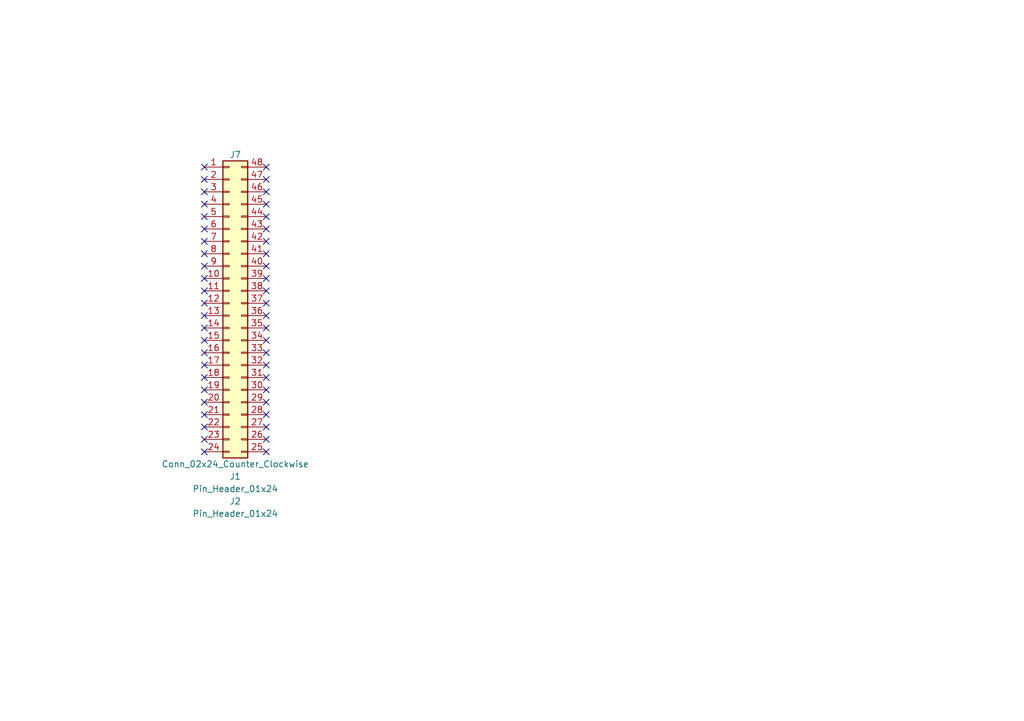
<source format=kicad_sch>
(kicad_sch
	(version 20250114)
	(generator "eeschema")
	(generator_version "9.0")
	(uuid "5ce90b85-49a2-4937-86c7-662b0d6f8431")
	(paper "A5")
	(title_block
		(title "Board 2x24 W22.86")
		(date "2026-01-29")
		(rev "V0")
	)
	(lib_symbols
		(symbol "Connector_Generic:Conn_02x24_Counter_Clockwise"
			(pin_names
				(offset 1.016)
				(hide yes)
			)
			(exclude_from_sim no)
			(in_bom yes)
			(on_board yes)
			(property "Reference" "J"
				(at 1.27 30.48 0)
				(effects
					(font
						(size 1.27 1.27)
					)
				)
			)
			(property "Value" "Conn_02x24_Counter_Clockwise"
				(at 1.27 -33.02 0)
				(effects
					(font
						(size 1.27 1.27)
					)
				)
			)
			(property "Footprint" ""
				(at 0 0 0)
				(effects
					(font
						(size 1.27 1.27)
					)
					(hide yes)
				)
			)
			(property "Datasheet" "~"
				(at 0 0 0)
				(effects
					(font
						(size 1.27 1.27)
					)
					(hide yes)
				)
			)
			(property "Description" "Generic connector, double row, 02x24, counter clockwise pin numbering scheme (similar to DIP package numbering), script generated (kicad-library-utils/schlib/autogen/connector/)"
				(at 0 0 0)
				(effects
					(font
						(size 1.27 1.27)
					)
					(hide yes)
				)
			)
			(property "ki_keywords" "connector"
				(at 0 0 0)
				(effects
					(font
						(size 1.27 1.27)
					)
					(hide yes)
				)
			)
			(property "ki_fp_filters" "Connector*:*_2x??_*"
				(at 0 0 0)
				(effects
					(font
						(size 1.27 1.27)
					)
					(hide yes)
				)
			)
			(symbol "Conn_02x24_Counter_Clockwise_1_1"
				(rectangle
					(start -1.27 29.21)
					(end 3.81 -31.75)
					(stroke
						(width 0.254)
						(type default)
					)
					(fill
						(type background)
					)
				)
				(rectangle
					(start -1.27 28.067)
					(end 0 27.813)
					(stroke
						(width 0.1524)
						(type default)
					)
					(fill
						(type none)
					)
				)
				(rectangle
					(start -1.27 25.527)
					(end 0 25.273)
					(stroke
						(width 0.1524)
						(type default)
					)
					(fill
						(type none)
					)
				)
				(rectangle
					(start -1.27 22.987)
					(end 0 22.733)
					(stroke
						(width 0.1524)
						(type default)
					)
					(fill
						(type none)
					)
				)
				(rectangle
					(start -1.27 20.447)
					(end 0 20.193)
					(stroke
						(width 0.1524)
						(type default)
					)
					(fill
						(type none)
					)
				)
				(rectangle
					(start -1.27 17.907)
					(end 0 17.653)
					(stroke
						(width 0.1524)
						(type default)
					)
					(fill
						(type none)
					)
				)
				(rectangle
					(start -1.27 15.367)
					(end 0 15.113)
					(stroke
						(width 0.1524)
						(type default)
					)
					(fill
						(type none)
					)
				)
				(rectangle
					(start -1.27 12.827)
					(end 0 12.573)
					(stroke
						(width 0.1524)
						(type default)
					)
					(fill
						(type none)
					)
				)
				(rectangle
					(start -1.27 10.287)
					(end 0 10.033)
					(stroke
						(width 0.1524)
						(type default)
					)
					(fill
						(type none)
					)
				)
				(rectangle
					(start -1.27 7.747)
					(end 0 7.493)
					(stroke
						(width 0.1524)
						(type default)
					)
					(fill
						(type none)
					)
				)
				(rectangle
					(start -1.27 5.207)
					(end 0 4.953)
					(stroke
						(width 0.1524)
						(type default)
					)
					(fill
						(type none)
					)
				)
				(rectangle
					(start -1.27 2.667)
					(end 0 2.413)
					(stroke
						(width 0.1524)
						(type default)
					)
					(fill
						(type none)
					)
				)
				(rectangle
					(start -1.27 0.127)
					(end 0 -0.127)
					(stroke
						(width 0.1524)
						(type default)
					)
					(fill
						(type none)
					)
				)
				(rectangle
					(start -1.27 -2.413)
					(end 0 -2.667)
					(stroke
						(width 0.1524)
						(type default)
					)
					(fill
						(type none)
					)
				)
				(rectangle
					(start -1.27 -4.953)
					(end 0 -5.207)
					(stroke
						(width 0.1524)
						(type default)
					)
					(fill
						(type none)
					)
				)
				(rectangle
					(start -1.27 -7.493)
					(end 0 -7.747)
					(stroke
						(width 0.1524)
						(type default)
					)
					(fill
						(type none)
					)
				)
				(rectangle
					(start -1.27 -10.033)
					(end 0 -10.287)
					(stroke
						(width 0.1524)
						(type default)
					)
					(fill
						(type none)
					)
				)
				(rectangle
					(start -1.27 -12.573)
					(end 0 -12.827)
					(stroke
						(width 0.1524)
						(type default)
					)
					(fill
						(type none)
					)
				)
				(rectangle
					(start -1.27 -15.113)
					(end 0 -15.367)
					(stroke
						(width 0.1524)
						(type default)
					)
					(fill
						(type none)
					)
				)
				(rectangle
					(start -1.27 -17.653)
					(end 0 -17.907)
					(stroke
						(width 0.1524)
						(type default)
					)
					(fill
						(type none)
					)
				)
				(rectangle
					(start -1.27 -20.193)
					(end 0 -20.447)
					(stroke
						(width 0.1524)
						(type default)
					)
					(fill
						(type none)
					)
				)
				(rectangle
					(start -1.27 -22.733)
					(end 0 -22.987)
					(stroke
						(width 0.1524)
						(type default)
					)
					(fill
						(type none)
					)
				)
				(rectangle
					(start -1.27 -25.273)
					(end 0 -25.527)
					(stroke
						(width 0.1524)
						(type default)
					)
					(fill
						(type none)
					)
				)
				(rectangle
					(start -1.27 -27.813)
					(end 0 -28.067)
					(stroke
						(width 0.1524)
						(type default)
					)
					(fill
						(type none)
					)
				)
				(rectangle
					(start -1.27 -30.353)
					(end 0 -30.607)
					(stroke
						(width 0.1524)
						(type default)
					)
					(fill
						(type none)
					)
				)
				(rectangle
					(start 3.81 28.067)
					(end 2.54 27.813)
					(stroke
						(width 0.1524)
						(type default)
					)
					(fill
						(type none)
					)
				)
				(rectangle
					(start 3.81 25.527)
					(end 2.54 25.273)
					(stroke
						(width 0.1524)
						(type default)
					)
					(fill
						(type none)
					)
				)
				(rectangle
					(start 3.81 22.987)
					(end 2.54 22.733)
					(stroke
						(width 0.1524)
						(type default)
					)
					(fill
						(type none)
					)
				)
				(rectangle
					(start 3.81 20.447)
					(end 2.54 20.193)
					(stroke
						(width 0.1524)
						(type default)
					)
					(fill
						(type none)
					)
				)
				(rectangle
					(start 3.81 17.907)
					(end 2.54 17.653)
					(stroke
						(width 0.1524)
						(type default)
					)
					(fill
						(type none)
					)
				)
				(rectangle
					(start 3.81 15.367)
					(end 2.54 15.113)
					(stroke
						(width 0.1524)
						(type default)
					)
					(fill
						(type none)
					)
				)
				(rectangle
					(start 3.81 12.827)
					(end 2.54 12.573)
					(stroke
						(width 0.1524)
						(type default)
					)
					(fill
						(type none)
					)
				)
				(rectangle
					(start 3.81 10.287)
					(end 2.54 10.033)
					(stroke
						(width 0.1524)
						(type default)
					)
					(fill
						(type none)
					)
				)
				(rectangle
					(start 3.81 7.747)
					(end 2.54 7.493)
					(stroke
						(width 0.1524)
						(type default)
					)
					(fill
						(type none)
					)
				)
				(rectangle
					(start 3.81 5.207)
					(end 2.54 4.953)
					(stroke
						(width 0.1524)
						(type default)
					)
					(fill
						(type none)
					)
				)
				(rectangle
					(start 3.81 2.667)
					(end 2.54 2.413)
					(stroke
						(width 0.1524)
						(type default)
					)
					(fill
						(type none)
					)
				)
				(rectangle
					(start 3.81 0.127)
					(end 2.54 -0.127)
					(stroke
						(width 0.1524)
						(type default)
					)
					(fill
						(type none)
					)
				)
				(rectangle
					(start 3.81 -2.413)
					(end 2.54 -2.667)
					(stroke
						(width 0.1524)
						(type default)
					)
					(fill
						(type none)
					)
				)
				(rectangle
					(start 3.81 -4.953)
					(end 2.54 -5.207)
					(stroke
						(width 0.1524)
						(type default)
					)
					(fill
						(type none)
					)
				)
				(rectangle
					(start 3.81 -7.493)
					(end 2.54 -7.747)
					(stroke
						(width 0.1524)
						(type default)
					)
					(fill
						(type none)
					)
				)
				(rectangle
					(start 3.81 -10.033)
					(end 2.54 -10.287)
					(stroke
						(width 0.1524)
						(type default)
					)
					(fill
						(type none)
					)
				)
				(rectangle
					(start 3.81 -12.573)
					(end 2.54 -12.827)
					(stroke
						(width 0.1524)
						(type default)
					)
					(fill
						(type none)
					)
				)
				(rectangle
					(start 3.81 -15.113)
					(end 2.54 -15.367)
					(stroke
						(width 0.1524)
						(type default)
					)
					(fill
						(type none)
					)
				)
				(rectangle
					(start 3.81 -17.653)
					(end 2.54 -17.907)
					(stroke
						(width 0.1524)
						(type default)
					)
					(fill
						(type none)
					)
				)
				(rectangle
					(start 3.81 -20.193)
					(end 2.54 -20.447)
					(stroke
						(width 0.1524)
						(type default)
					)
					(fill
						(type none)
					)
				)
				(rectangle
					(start 3.81 -22.733)
					(end 2.54 -22.987)
					(stroke
						(width 0.1524)
						(type default)
					)
					(fill
						(type none)
					)
				)
				(rectangle
					(start 3.81 -25.273)
					(end 2.54 -25.527)
					(stroke
						(width 0.1524)
						(type default)
					)
					(fill
						(type none)
					)
				)
				(rectangle
					(start 3.81 -27.813)
					(end 2.54 -28.067)
					(stroke
						(width 0.1524)
						(type default)
					)
					(fill
						(type none)
					)
				)
				(rectangle
					(start 3.81 -30.353)
					(end 2.54 -30.607)
					(stroke
						(width 0.1524)
						(type default)
					)
					(fill
						(type none)
					)
				)
				(pin passive line
					(at -5.08 27.94 0)
					(length 3.81)
					(name "Pin_1"
						(effects
							(font
								(size 1.27 1.27)
							)
						)
					)
					(number "1"
						(effects
							(font
								(size 1.27 1.27)
							)
						)
					)
				)
				(pin passive line
					(at -5.08 25.4 0)
					(length 3.81)
					(name "Pin_2"
						(effects
							(font
								(size 1.27 1.27)
							)
						)
					)
					(number "2"
						(effects
							(font
								(size 1.27 1.27)
							)
						)
					)
				)
				(pin passive line
					(at -5.08 22.86 0)
					(length 3.81)
					(name "Pin_3"
						(effects
							(font
								(size 1.27 1.27)
							)
						)
					)
					(number "3"
						(effects
							(font
								(size 1.27 1.27)
							)
						)
					)
				)
				(pin passive line
					(at -5.08 20.32 0)
					(length 3.81)
					(name "Pin_4"
						(effects
							(font
								(size 1.27 1.27)
							)
						)
					)
					(number "4"
						(effects
							(font
								(size 1.27 1.27)
							)
						)
					)
				)
				(pin passive line
					(at -5.08 17.78 0)
					(length 3.81)
					(name "Pin_5"
						(effects
							(font
								(size 1.27 1.27)
							)
						)
					)
					(number "5"
						(effects
							(font
								(size 1.27 1.27)
							)
						)
					)
				)
				(pin passive line
					(at -5.08 15.24 0)
					(length 3.81)
					(name "Pin_6"
						(effects
							(font
								(size 1.27 1.27)
							)
						)
					)
					(number "6"
						(effects
							(font
								(size 1.27 1.27)
							)
						)
					)
				)
				(pin passive line
					(at -5.08 12.7 0)
					(length 3.81)
					(name "Pin_7"
						(effects
							(font
								(size 1.27 1.27)
							)
						)
					)
					(number "7"
						(effects
							(font
								(size 1.27 1.27)
							)
						)
					)
				)
				(pin passive line
					(at -5.08 10.16 0)
					(length 3.81)
					(name "Pin_8"
						(effects
							(font
								(size 1.27 1.27)
							)
						)
					)
					(number "8"
						(effects
							(font
								(size 1.27 1.27)
							)
						)
					)
				)
				(pin passive line
					(at -5.08 7.62 0)
					(length 3.81)
					(name "Pin_9"
						(effects
							(font
								(size 1.27 1.27)
							)
						)
					)
					(number "9"
						(effects
							(font
								(size 1.27 1.27)
							)
						)
					)
				)
				(pin passive line
					(at -5.08 5.08 0)
					(length 3.81)
					(name "Pin_10"
						(effects
							(font
								(size 1.27 1.27)
							)
						)
					)
					(number "10"
						(effects
							(font
								(size 1.27 1.27)
							)
						)
					)
				)
				(pin passive line
					(at -5.08 2.54 0)
					(length 3.81)
					(name "Pin_11"
						(effects
							(font
								(size 1.27 1.27)
							)
						)
					)
					(number "11"
						(effects
							(font
								(size 1.27 1.27)
							)
						)
					)
				)
				(pin passive line
					(at -5.08 0 0)
					(length 3.81)
					(name "Pin_12"
						(effects
							(font
								(size 1.27 1.27)
							)
						)
					)
					(number "12"
						(effects
							(font
								(size 1.27 1.27)
							)
						)
					)
				)
				(pin passive line
					(at -5.08 -2.54 0)
					(length 3.81)
					(name "Pin_13"
						(effects
							(font
								(size 1.27 1.27)
							)
						)
					)
					(number "13"
						(effects
							(font
								(size 1.27 1.27)
							)
						)
					)
				)
				(pin passive line
					(at -5.08 -5.08 0)
					(length 3.81)
					(name "Pin_14"
						(effects
							(font
								(size 1.27 1.27)
							)
						)
					)
					(number "14"
						(effects
							(font
								(size 1.27 1.27)
							)
						)
					)
				)
				(pin passive line
					(at -5.08 -7.62 0)
					(length 3.81)
					(name "Pin_15"
						(effects
							(font
								(size 1.27 1.27)
							)
						)
					)
					(number "15"
						(effects
							(font
								(size 1.27 1.27)
							)
						)
					)
				)
				(pin passive line
					(at -5.08 -10.16 0)
					(length 3.81)
					(name "Pin_16"
						(effects
							(font
								(size 1.27 1.27)
							)
						)
					)
					(number "16"
						(effects
							(font
								(size 1.27 1.27)
							)
						)
					)
				)
				(pin passive line
					(at -5.08 -12.7 0)
					(length 3.81)
					(name "Pin_17"
						(effects
							(font
								(size 1.27 1.27)
							)
						)
					)
					(number "17"
						(effects
							(font
								(size 1.27 1.27)
							)
						)
					)
				)
				(pin passive line
					(at -5.08 -15.24 0)
					(length 3.81)
					(name "Pin_18"
						(effects
							(font
								(size 1.27 1.27)
							)
						)
					)
					(number "18"
						(effects
							(font
								(size 1.27 1.27)
							)
						)
					)
				)
				(pin passive line
					(at -5.08 -17.78 0)
					(length 3.81)
					(name "Pin_19"
						(effects
							(font
								(size 1.27 1.27)
							)
						)
					)
					(number "19"
						(effects
							(font
								(size 1.27 1.27)
							)
						)
					)
				)
				(pin passive line
					(at -5.08 -20.32 0)
					(length 3.81)
					(name "Pin_20"
						(effects
							(font
								(size 1.27 1.27)
							)
						)
					)
					(number "20"
						(effects
							(font
								(size 1.27 1.27)
							)
						)
					)
				)
				(pin passive line
					(at -5.08 -22.86 0)
					(length 3.81)
					(name "Pin_21"
						(effects
							(font
								(size 1.27 1.27)
							)
						)
					)
					(number "21"
						(effects
							(font
								(size 1.27 1.27)
							)
						)
					)
				)
				(pin passive line
					(at -5.08 -25.4 0)
					(length 3.81)
					(name "Pin_22"
						(effects
							(font
								(size 1.27 1.27)
							)
						)
					)
					(number "22"
						(effects
							(font
								(size 1.27 1.27)
							)
						)
					)
				)
				(pin passive line
					(at -5.08 -27.94 0)
					(length 3.81)
					(name "Pin_23"
						(effects
							(font
								(size 1.27 1.27)
							)
						)
					)
					(number "23"
						(effects
							(font
								(size 1.27 1.27)
							)
						)
					)
				)
				(pin passive line
					(at -5.08 -30.48 0)
					(length 3.81)
					(name "Pin_24"
						(effects
							(font
								(size 1.27 1.27)
							)
						)
					)
					(number "24"
						(effects
							(font
								(size 1.27 1.27)
							)
						)
					)
				)
				(pin passive line
					(at 7.62 27.94 180)
					(length 3.81)
					(name "Pin_48"
						(effects
							(font
								(size 1.27 1.27)
							)
						)
					)
					(number "48"
						(effects
							(font
								(size 1.27 1.27)
							)
						)
					)
				)
				(pin passive line
					(at 7.62 25.4 180)
					(length 3.81)
					(name "Pin_47"
						(effects
							(font
								(size 1.27 1.27)
							)
						)
					)
					(number "47"
						(effects
							(font
								(size 1.27 1.27)
							)
						)
					)
				)
				(pin passive line
					(at 7.62 22.86 180)
					(length 3.81)
					(name "Pin_46"
						(effects
							(font
								(size 1.27 1.27)
							)
						)
					)
					(number "46"
						(effects
							(font
								(size 1.27 1.27)
							)
						)
					)
				)
				(pin passive line
					(at 7.62 20.32 180)
					(length 3.81)
					(name "Pin_45"
						(effects
							(font
								(size 1.27 1.27)
							)
						)
					)
					(number "45"
						(effects
							(font
								(size 1.27 1.27)
							)
						)
					)
				)
				(pin passive line
					(at 7.62 17.78 180)
					(length 3.81)
					(name "Pin_44"
						(effects
							(font
								(size 1.27 1.27)
							)
						)
					)
					(number "44"
						(effects
							(font
								(size 1.27 1.27)
							)
						)
					)
				)
				(pin passive line
					(at 7.62 15.24 180)
					(length 3.81)
					(name "Pin_43"
						(effects
							(font
								(size 1.27 1.27)
							)
						)
					)
					(number "43"
						(effects
							(font
								(size 1.27 1.27)
							)
						)
					)
				)
				(pin passive line
					(at 7.62 12.7 180)
					(length 3.81)
					(name "Pin_42"
						(effects
							(font
								(size 1.27 1.27)
							)
						)
					)
					(number "42"
						(effects
							(font
								(size 1.27 1.27)
							)
						)
					)
				)
				(pin passive line
					(at 7.62 10.16 180)
					(length 3.81)
					(name "Pin_41"
						(effects
							(font
								(size 1.27 1.27)
							)
						)
					)
					(number "41"
						(effects
							(font
								(size 1.27 1.27)
							)
						)
					)
				)
				(pin passive line
					(at 7.62 7.62 180)
					(length 3.81)
					(name "Pin_40"
						(effects
							(font
								(size 1.27 1.27)
							)
						)
					)
					(number "40"
						(effects
							(font
								(size 1.27 1.27)
							)
						)
					)
				)
				(pin passive line
					(at 7.62 5.08 180)
					(length 3.81)
					(name "Pin_39"
						(effects
							(font
								(size 1.27 1.27)
							)
						)
					)
					(number "39"
						(effects
							(font
								(size 1.27 1.27)
							)
						)
					)
				)
				(pin passive line
					(at 7.62 2.54 180)
					(length 3.81)
					(name "Pin_38"
						(effects
							(font
								(size 1.27 1.27)
							)
						)
					)
					(number "38"
						(effects
							(font
								(size 1.27 1.27)
							)
						)
					)
				)
				(pin passive line
					(at 7.62 0 180)
					(length 3.81)
					(name "Pin_37"
						(effects
							(font
								(size 1.27 1.27)
							)
						)
					)
					(number "37"
						(effects
							(font
								(size 1.27 1.27)
							)
						)
					)
				)
				(pin passive line
					(at 7.62 -2.54 180)
					(length 3.81)
					(name "Pin_36"
						(effects
							(font
								(size 1.27 1.27)
							)
						)
					)
					(number "36"
						(effects
							(font
								(size 1.27 1.27)
							)
						)
					)
				)
				(pin passive line
					(at 7.62 -5.08 180)
					(length 3.81)
					(name "Pin_35"
						(effects
							(font
								(size 1.27 1.27)
							)
						)
					)
					(number "35"
						(effects
							(font
								(size 1.27 1.27)
							)
						)
					)
				)
				(pin passive line
					(at 7.62 -7.62 180)
					(length 3.81)
					(name "Pin_34"
						(effects
							(font
								(size 1.27 1.27)
							)
						)
					)
					(number "34"
						(effects
							(font
								(size 1.27 1.27)
							)
						)
					)
				)
				(pin passive line
					(at 7.62 -10.16 180)
					(length 3.81)
					(name "Pin_33"
						(effects
							(font
								(size 1.27 1.27)
							)
						)
					)
					(number "33"
						(effects
							(font
								(size 1.27 1.27)
							)
						)
					)
				)
				(pin passive line
					(at 7.62 -12.7 180)
					(length 3.81)
					(name "Pin_32"
						(effects
							(font
								(size 1.27 1.27)
							)
						)
					)
					(number "32"
						(effects
							(font
								(size 1.27 1.27)
							)
						)
					)
				)
				(pin passive line
					(at 7.62 -15.24 180)
					(length 3.81)
					(name "Pin_31"
						(effects
							(font
								(size 1.27 1.27)
							)
						)
					)
					(number "31"
						(effects
							(font
								(size 1.27 1.27)
							)
						)
					)
				)
				(pin passive line
					(at 7.62 -17.78 180)
					(length 3.81)
					(name "Pin_30"
						(effects
							(font
								(size 1.27 1.27)
							)
						)
					)
					(number "30"
						(effects
							(font
								(size 1.27 1.27)
							)
						)
					)
				)
				(pin passive line
					(at 7.62 -20.32 180)
					(length 3.81)
					(name "Pin_29"
						(effects
							(font
								(size 1.27 1.27)
							)
						)
					)
					(number "29"
						(effects
							(font
								(size 1.27 1.27)
							)
						)
					)
				)
				(pin passive line
					(at 7.62 -22.86 180)
					(length 3.81)
					(name "Pin_28"
						(effects
							(font
								(size 1.27 1.27)
							)
						)
					)
					(number "28"
						(effects
							(font
								(size 1.27 1.27)
							)
						)
					)
				)
				(pin passive line
					(at 7.62 -25.4 180)
					(length 3.81)
					(name "Pin_27"
						(effects
							(font
								(size 1.27 1.27)
							)
						)
					)
					(number "27"
						(effects
							(font
								(size 1.27 1.27)
							)
						)
					)
				)
				(pin passive line
					(at 7.62 -27.94 180)
					(length 3.81)
					(name "Pin_26"
						(effects
							(font
								(size 1.27 1.27)
							)
						)
					)
					(number "26"
						(effects
							(font
								(size 1.27 1.27)
							)
						)
					)
				)
				(pin passive line
					(at 7.62 -30.48 180)
					(length 3.81)
					(name "Pin_25"
						(effects
							(font
								(size 1.27 1.27)
							)
						)
					)
					(number "25"
						(effects
							(font
								(size 1.27 1.27)
							)
						)
					)
				)
			)
			(embedded_fonts no)
		)
		(symbol "HCP65:Pin_Header_01x24"
			(pin_names
				(offset 1.016)
				(hide yes)
			)
			(exclude_from_sim no)
			(in_bom yes)
			(on_board yes)
			(property "Reference" "J"
				(at 0 1.27 0)
				(effects
					(font
						(size 1.27 1.27)
					)
				)
			)
			(property "Value" "Pin_Header_01x24"
				(at 0 -1.27 0)
				(effects
					(font
						(size 1.27 1.27)
					)
				)
			)
			(property "Footprint" "SamacSys_Parts:PinHeader_1x24_P2.54mm_Vertical"
				(at 0 -3.81 0)
				(effects
					(font
						(size 1.27 1.27)
					)
					(hide yes)
				)
			)
			(property "Datasheet" "~"
				(at -5.08 0 0)
				(effects
					(font
						(size 1.27 1.27)
					)
					(hide yes)
				)
			)
			(property "Description" ""
				(at 0 0 0)
				(effects
					(font
						(size 1.27 1.27)
					)
					(hide yes)
				)
			)
			(property "ki_fp_filters" "Connector*:*_1x??_*"
				(at 0 0 0)
				(effects
					(font
						(size 1.27 1.27)
					)
					(hide yes)
				)
			)
			(embedded_fonts no)
		)
	)
	(no_connect
		(at 41.91 39.37)
		(uuid "005fc2ed-3ba8-4779-bd6b-28b07b9e0008")
	)
	(no_connect
		(at 41.91 44.45)
		(uuid "02bc1e02-5fcf-478a-8b5d-63ba6e226a40")
	)
	(no_connect
		(at 41.91 87.63)
		(uuid "0b220959-9ae8-4117-b70b-059dec97c147")
	)
	(no_connect
		(at 41.91 64.77)
		(uuid "0e3e6880-b30b-47c7-bd5f-fa05a34b8583")
	)
	(no_connect
		(at 54.61 82.55)
		(uuid "17d0b55c-7f7a-4bfb-9c9a-810ddce2b93c")
	)
	(no_connect
		(at 54.61 74.93)
		(uuid "18d5d886-5e28-4486-88d3-f84caddb0792")
	)
	(no_connect
		(at 54.61 77.47)
		(uuid "23333330-54b9-424a-91ed-cde8731833df")
	)
	(no_connect
		(at 41.91 67.31)
		(uuid "28104e08-d9e3-4e2c-a616-408e0cf2dce1")
	)
	(no_connect
		(at 54.61 54.61)
		(uuid "28443196-629e-409a-a4f2-761f0deb1c61")
	)
	(no_connect
		(at 41.91 36.83)
		(uuid "2dcbfbf1-b7a2-482c-b9ea-824e64f7ac78")
	)
	(no_connect
		(at 54.61 90.17)
		(uuid "2f70f54e-cd4f-4814-b317-af1318fb91a3")
	)
	(no_connect
		(at 54.61 49.53)
		(uuid "3c2f90e4-a75f-4685-9112-d005e480c27e")
	)
	(no_connect
		(at 41.91 46.99)
		(uuid "3cdb5e2a-dcca-4740-8d30-096d0ba5773b")
	)
	(no_connect
		(at 41.91 92.71)
		(uuid "4c078347-91a9-448e-8627-6f0d4f14a97f")
	)
	(no_connect
		(at 54.61 44.45)
		(uuid "4ff33671-0aad-4e15-8efe-e4a167eabe3a")
	)
	(no_connect
		(at 54.61 52.07)
		(uuid "56b518d8-7c05-4be4-aad8-a62e3da3fde7")
	)
	(no_connect
		(at 54.61 59.69)
		(uuid "5e29a711-4d73-4515-9396-fab577433fd0")
	)
	(no_connect
		(at 54.61 36.83)
		(uuid "617e9fd9-9cbd-44a8-aad7-5027311ca832")
	)
	(no_connect
		(at 41.91 90.17)
		(uuid "6b24bf07-b049-4f5c-b162-8feef8d54287")
	)
	(no_connect
		(at 41.91 54.61)
		(uuid "6d0cedbb-4e29-4e4f-8c18-2ef1d62b25c6")
	)
	(no_connect
		(at 41.91 72.39)
		(uuid "753c5763-8b6e-4c41-aace-ed1aa7b4866e")
	)
	(no_connect
		(at 41.91 34.29)
		(uuid "789e2340-15d5-4cf4-ae33-22e6595673c7")
	)
	(no_connect
		(at 54.61 87.63)
		(uuid "7d27dc94-ea07-431b-bf43-a45348ee2c67")
	)
	(no_connect
		(at 41.91 82.55)
		(uuid "876d14d9-5d31-45c4-8d75-edcd7fd5d0ff")
	)
	(no_connect
		(at 54.61 92.71)
		(uuid "880846d6-68e6-4f4b-af82-f860bb262ef9")
	)
	(no_connect
		(at 41.91 52.07)
		(uuid "8f39e670-c13d-497d-acd8-9bf07bb4be8b")
	)
	(no_connect
		(at 54.61 57.15)
		(uuid "972843a5-23dc-45f6-a205-d75cf5ec8fe4")
	)
	(no_connect
		(at 41.91 80.01)
		(uuid "9aa460cc-8963-4ef1-ba93-21ced71379e9")
	)
	(no_connect
		(at 54.61 46.99)
		(uuid "a0ef172a-1622-4e57-811c-31c9e881040c")
	)
	(no_connect
		(at 54.61 69.85)
		(uuid "a288f9bc-1c56-4a63-b80a-2e0d49564b86")
	)
	(no_connect
		(at 41.91 69.85)
		(uuid "b1476a27-6967-4ecb-85f5-0b64320c1a0d")
	)
	(no_connect
		(at 54.61 34.29)
		(uuid "c4511b58-c955-4a58-93ce-4cb86f6182bb")
	)
	(no_connect
		(at 41.91 74.93)
		(uuid "c49856b6-12a8-492f-89ad-1e77a430b781")
	)
	(no_connect
		(at 54.61 39.37)
		(uuid "c6beeba3-f5b6-43d5-a7ec-a9d384154ac5")
	)
	(no_connect
		(at 41.91 57.15)
		(uuid "cb841036-8eb5-4653-8684-30a2bbae9a8c")
	)
	(no_connect
		(at 54.61 64.77)
		(uuid "d0608f5a-750d-413e-aff1-1bd25c2f5968")
	)
	(no_connect
		(at 54.61 67.31)
		(uuid "d5842a09-7bbb-4acc-ad40-9d94955d652d")
	)
	(no_connect
		(at 54.61 85.09)
		(uuid "d7bde4e2-ac10-4836-9199-1e00f39ef09a")
	)
	(no_connect
		(at 41.91 85.09)
		(uuid "d863f53d-64db-41d1-8349-af7574069d22")
	)
	(no_connect
		(at 41.91 59.69)
		(uuid "e2593c9b-a574-44b3-8fce-cb6cf8105834")
	)
	(no_connect
		(at 54.61 62.23)
		(uuid "e6afb9fe-b0ea-4a8c-8cfa-41ea08257eb8")
	)
	(no_connect
		(at 41.91 77.47)
		(uuid "e9cc34b8-4104-48db-8c51-6b854b367113")
	)
	(no_connect
		(at 41.91 62.23)
		(uuid "edc62dc6-d66d-4d80-99d1-084ba846d0c1")
	)
	(no_connect
		(at 54.61 41.91)
		(uuid "f17adae2-4253-4045-b84c-eb42c900536c")
	)
	(no_connect
		(at 41.91 49.53)
		(uuid "f30abc8c-45b8-4e6d-a3c0-a4ba4f95aef9")
	)
	(no_connect
		(at 54.61 72.39)
		(uuid "f4406aaf-aca4-4a29-8d06-3e59110179eb")
	)
	(no_connect
		(at 41.91 41.91)
		(uuid "fad6a421-585e-44bd-9057-9e9e89ebd5c8")
	)
	(no_connect
		(at 54.61 80.01)
		(uuid "fe7deada-bb40-4568-928d-6bf99564a859")
	)
	(symbol
		(lib_id "Connector_Generic:Conn_02x24_Counter_Clockwise")
		(at 46.99 62.23 0)
		(unit 1)
		(exclude_from_sim no)
		(in_bom yes)
		(on_board yes)
		(dnp no)
		(uuid "3a9dff24-2ab0-4071-a485-b2c82e8677cf")
		(property "Reference" "J7"
			(at 48.26 31.75 0)
			(effects
				(font
					(size 1.27 1.27)
				)
			)
		)
		(property "Value" "Conn_02x24_Counter_Clockwise"
			(at 48.26 95.25 0)
			(effects
				(font
					(size 1.27 1.27)
				)
			)
		)
		(property "Footprint" ""
			(at 46.99 62.23 0)
			(effects
				(font
					(size 1.27 1.27)
				)
				(hide yes)
			)
		)
		(property "Datasheet" "~"
			(at 46.99 62.23 0)
			(effects
				(font
					(size 1.27 1.27)
				)
				(hide yes)
			)
		)
		(property "Description" "Generic connector, double row, 02x24, counter clockwise pin numbering scheme (similar to DIP package numbering), script generated (kicad-library-utils/schlib/autogen/connector/)"
			(at 46.99 62.23 0)
			(effects
				(font
					(size 1.27 1.27)
				)
				(hide yes)
			)
		)
		(pin "1"
			(uuid "5f6703a0-1702-44aa-9626-2c03bd6256fb")
		)
		(pin "10"
			(uuid "c72972ee-560a-48fa-a6b6-53924a196635")
		)
		(pin "11"
			(uuid "718b9fe8-199e-4933-9205-dce85d8a993b")
		)
		(pin "12"
			(uuid "fea4f67b-e433-43a3-a92f-bd8fcffd43ef")
		)
		(pin "13"
			(uuid "227c41e9-a6d3-4e1e-b4bb-d75bd837b5c6")
		)
		(pin "14"
			(uuid "4205357c-a6b7-4ce8-97f1-4d695576514a")
		)
		(pin "15"
			(uuid "0d6b98bc-23c5-4ab2-984a-7e2a7c753597")
		)
		(pin "16"
			(uuid "3093bdf7-7625-4be1-a9b8-1e0dad4c7a50")
		)
		(pin "17"
			(uuid "c05c92a3-5bf1-4388-a9e5-3325333e6b19")
		)
		(pin "18"
			(uuid "0a5eb762-e447-4986-91c2-5be874b8a351")
		)
		(pin "19"
			(uuid "9d10fced-1c81-436f-b170-e40f21381f69")
		)
		(pin "2"
			(uuid "230ff7ee-2cde-40e3-8427-b1af543af52c")
		)
		(pin "20"
			(uuid "74ef0dad-430d-4e97-ad84-644608b7c5f3")
		)
		(pin "21"
			(uuid "12e113d7-706e-4e9d-8f4e-0a633a1e9ed5")
		)
		(pin "22"
			(uuid "f2a9d968-f519-4225-b49a-b7bfe679e3b5")
		)
		(pin "23"
			(uuid "217356c7-07ad-4506-9f5d-aca5f5260f4f")
		)
		(pin "24"
			(uuid "9be2b439-4a51-4bc2-9a2a-f83ff5fc2b7b")
		)
		(pin "25"
			(uuid "3937aee0-44df-4142-9009-f5a3760190a3")
		)
		(pin "26"
			(uuid "5249c5f1-2572-440d-9cb4-655ce64cb19a")
		)
		(pin "27"
			(uuid "5c2b9948-7022-4869-8e5e-3be93e49b62b")
		)
		(pin "28"
			(uuid "9df27fd8-ca3d-41b1-bbff-359aecd27035")
		)
		(pin "29"
			(uuid "025314c1-a69c-4f45-b90e-ee32f844fe4f")
		)
		(pin "3"
			(uuid "8e7e41b8-4280-4f05-b7c0-091c84837fac")
		)
		(pin "30"
			(uuid "325214ac-6e83-42d9-9b31-5771e7881bc5")
		)
		(pin "31"
			(uuid "75b8fda0-0ca4-4d03-b408-b01bb81d0edd")
		)
		(pin "32"
			(uuid "0f0c110c-dbb7-4a2b-b16c-8bab67179158")
		)
		(pin "33"
			(uuid "abcd9b84-a520-41a0-b1fa-2d471f553e83")
		)
		(pin "34"
			(uuid "941d77b8-cd43-4bb6-8a3b-7e4e662d5f7f")
		)
		(pin "35"
			(uuid "20df128d-8e6c-449e-b709-72be0a412f46")
		)
		(pin "36"
			(uuid "e493fa72-0b9f-49bf-bce7-8210eae470a3")
		)
		(pin "37"
			(uuid "62cca3b2-b2d6-4333-8e9b-ee426271e819")
		)
		(pin "38"
			(uuid "6e260773-0e23-4653-8d1a-00d9af706af5")
		)
		(pin "39"
			(uuid "845a3ef6-47d3-494a-b2ba-b176d049bf99")
		)
		(pin "4"
			(uuid "d6bcdffe-1952-47cf-861c-7e88538a8be2")
		)
		(pin "40"
			(uuid "b7e7c82d-ccd4-4b11-b84f-57e5f9b8c016")
		)
		(pin "41"
			(uuid "c0eca940-cfbe-42e9-acd8-d107d3760a79")
		)
		(pin "42"
			(uuid "72e3ef2f-1f52-4c88-9916-506ecb08a338")
		)
		(pin "43"
			(uuid "acf4be89-d545-4e35-afd0-fbeb7b1d4d58")
		)
		(pin "44"
			(uuid "7a25d4ee-ccd2-4b4b-bb55-779e47cdbea1")
		)
		(pin "45"
			(uuid "22c0bba2-2c74-4b5a-8866-d21c58e11316")
		)
		(pin "46"
			(uuid "3590a308-1067-4ab3-9035-f5bff0aebd27")
		)
		(pin "47"
			(uuid "51f55e90-5197-42ed-a0e8-adfcd13dc256")
		)
		(pin "48"
			(uuid "ab5130ce-59d6-45b5-bcc1-f737668077f6")
		)
		(pin "5"
			(uuid "a3a9ad62-9321-4a7c-aef5-96ef5dcdc43d")
		)
		(pin "6"
			(uuid "2f562225-ba1b-45d7-99a3-358abb9af33c")
		)
		(pin "7"
			(uuid "3a28bb89-5ea4-477b-bd4c-8b8ed02bc210")
		)
		(pin "8"
			(uuid "3154567a-da99-4323-b156-e65d44a89926")
		)
		(pin "9"
			(uuid "6584bb89-33a5-4f02-bbc3-92d46e75f9ce")
		)
		(instances
			(project "Video Memory 2MB"
				(path "/5ce90b85-49a2-4937-86c7-662b0d6f8431"
					(reference "J7")
					(unit 1)
				)
			)
		)
	)
	(symbol
		(lib_id "HCP65:Pin_Header_01x24")
		(at 48.26 99.06 0)
		(mirror y)
		(unit 1)
		(exclude_from_sim no)
		(in_bom yes)
		(on_board yes)
		(dnp no)
		(uuid "abdd9cfc-7c91-49c7-b6d6-c5cd72d11072")
		(property "Reference" "J1"
			(at 48.26 97.79 0)
			(effects
				(font
					(size 1.27 1.27)
				)
			)
		)
		(property "Value" "Pin_Header_01x24"
			(at 48.26 100.33 0)
			(effects
				(font
					(size 1.27 1.27)
				)
			)
		)
		(property "Footprint" "SamacSys_Parts:PinHeader_1x24_P2.54mm_Vertical"
			(at 48.26 102.87 0)
			(effects
				(font
					(size 1.27 1.27)
				)
				(hide yes)
			)
		)
		(property "Datasheet" "~"
			(at 53.34 99.06 0)
			(effects
				(font
					(size 1.27 1.27)
				)
				(hide yes)
			)
		)
		(property "Description" ""
			(at 48.26 99.06 0)
			(effects
				(font
					(size 1.27 1.27)
				)
				(hide yes)
			)
		)
		(instances
			(project "Video Memory 2MB"
				(path "/5ce90b85-49a2-4937-86c7-662b0d6f8431"
					(reference "J1")
					(unit 1)
				)
			)
		)
	)
	(symbol
		(lib_id "HCP65:Pin_Header_01x24")
		(at 48.26 104.14 0)
		(unit 1)
		(exclude_from_sim no)
		(in_bom yes)
		(on_board yes)
		(dnp no)
		(uuid "b64d4d42-eeb4-4836-8abb-de5c26f12f88")
		(property "Reference" "J2"
			(at 48.26 102.87 0)
			(effects
				(font
					(size 1.27 1.27)
				)
			)
		)
		(property "Value" "Pin_Header_01x24"
			(at 48.26 105.41 0)
			(effects
				(font
					(size 1.27 1.27)
				)
			)
		)
		(property "Footprint" "SamacSys_Parts:PinHeader_1x24_P2.54mm_Vertical"
			(at 48.26 107.95 0)
			(effects
				(font
					(size 1.27 1.27)
				)
				(hide yes)
			)
		)
		(property "Datasheet" "~"
			(at 43.18 104.14 0)
			(effects
				(font
					(size 1.27 1.27)
				)
				(hide yes)
			)
		)
		(property "Description" ""
			(at 48.26 104.14 0)
			(effects
				(font
					(size 1.27 1.27)
				)
				(hide yes)
			)
		)
		(instances
			(project "Video Memory 2MB"
				(path "/5ce90b85-49a2-4937-86c7-662b0d6f8431"
					(reference "J2")
					(unit 1)
				)
			)
		)
	)
	(sheet_instances
		(path "/"
			(page "1")
		)
	)
	(embedded_fonts no)
)

</source>
